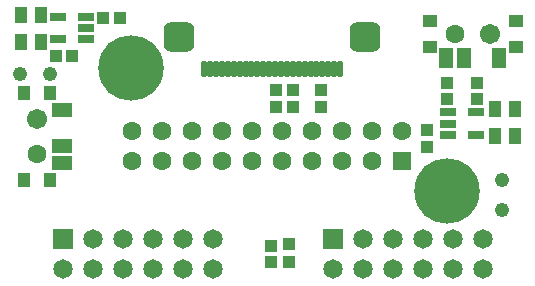
<source format=gts>
%FSLAX25Y25*%
%MOIN*%
G70*
G01*
G75*
G04 Layer_Color=8388736*
%ADD10R,0.03347X0.03150*%
%ADD11R,0.03150X0.03347*%
%ADD12R,0.03937X0.03150*%
%ADD13R,0.03937X0.05906*%
%ADD14R,0.03150X0.03937*%
%ADD15R,0.05906X0.03937*%
%ADD16R,0.04528X0.02362*%
G04:AMPARAMS|DCode=17|XSize=11.81mil|YSize=47.24mil|CornerRadius=2.95mil|HoleSize=0mil|Usage=FLASHONLY|Rotation=180.000|XOffset=0mil|YOffset=0mil|HoleType=Round|Shape=RoundedRectangle|*
%AMROUNDEDRECTD17*
21,1,0.01181,0.04134,0,0,180.0*
21,1,0.00591,0.04724,0,0,180.0*
1,1,0.00591,-0.00295,0.02067*
1,1,0.00591,0.00295,0.02067*
1,1,0.00591,0.00295,-0.02067*
1,1,0.00591,-0.00295,-0.02067*
%
%ADD17ROUNDEDRECTD17*%
G04:AMPARAMS|DCode=18|XSize=94.49mil|YSize=94.49mil|CornerRadius=23.62mil|HoleSize=0mil|Usage=FLASHONLY|Rotation=180.000|XOffset=0mil|YOffset=0mil|HoleType=Round|Shape=RoundedRectangle|*
%AMROUNDEDRECTD18*
21,1,0.09449,0.04724,0,0,180.0*
21,1,0.04724,0.09449,0,0,180.0*
1,1,0.04724,-0.02362,0.02362*
1,1,0.04724,0.02362,0.02362*
1,1,0.04724,0.02362,-0.02362*
1,1,0.04724,-0.02362,-0.02362*
%
%ADD18ROUNDEDRECTD18*%
%ADD19R,0.03543X0.04921*%
%ADD20C,0.00600*%
%ADD21C,0.01000*%
%ADD22C,0.01400*%
%ADD23C,0.05500*%
%ADD24R,0.05500X0.05500*%
%ADD25R,0.05700X0.05700*%
%ADD26C,0.05700*%
%ADD27C,0.05512*%
%ADD28C,0.05906*%
%ADD29C,0.21000*%
%ADD30C,0.04000*%
%ADD31C,0.02500*%
%ADD32C,0.02700*%
%ADD33C,0.00984*%
%ADD34C,0.01969*%
%ADD35C,0.04000*%
%ADD36C,0.00787*%
%ADD37C,0.01200*%
%ADD38C,0.00591*%
%ADD39C,0.00100*%
%ADD40R,0.04147X0.03950*%
%ADD41R,0.03950X0.04147*%
%ADD42R,0.04737X0.03950*%
%ADD43R,0.04737X0.06706*%
%ADD44R,0.03950X0.04737*%
%ADD45R,0.06706X0.04737*%
%ADD46R,0.05328X0.03162*%
G04:AMPARAMS|DCode=47|XSize=19.81mil|YSize=55.24mil|CornerRadius=6.95mil|HoleSize=0mil|Usage=FLASHONLY|Rotation=180.000|XOffset=0mil|YOffset=0mil|HoleType=Round|Shape=RoundedRectangle|*
%AMROUNDEDRECTD47*
21,1,0.01981,0.04134,0,0,180.0*
21,1,0.00591,0.05524,0,0,180.0*
1,1,0.01391,-0.00295,0.02067*
1,1,0.01391,0.00295,0.02067*
1,1,0.01391,0.00295,-0.02067*
1,1,0.01391,-0.00295,-0.02067*
%
%ADD47ROUNDEDRECTD47*%
G04:AMPARAMS|DCode=48|XSize=102.49mil|YSize=102.49mil|CornerRadius=27.62mil|HoleSize=0mil|Usage=FLASHONLY|Rotation=180.000|XOffset=0mil|YOffset=0mil|HoleType=Round|Shape=RoundedRectangle|*
%AMROUNDEDRECTD48*
21,1,0.10249,0.04724,0,0,180.0*
21,1,0.04724,0.10249,0,0,180.0*
1,1,0.05524,-0.02362,0.02362*
1,1,0.05524,0.02362,0.02362*
1,1,0.05524,0.02362,-0.02362*
1,1,0.05524,-0.02362,-0.02362*
%
%ADD48ROUNDEDRECTD48*%
%ADD49R,0.04343X0.05721*%
%ADD50C,0.06300*%
%ADD51R,0.06300X0.06300*%
%ADD52R,0.06500X0.06500*%
%ADD53C,0.06500*%
%ADD54C,0.06312*%
%ADD55C,0.06706*%
%ADD56C,0.21800*%
%ADD57C,0.04800*%
D40*
X132369Y-2785D02*
D03*
Y-8297D02*
D03*
X142355Y-2785D02*
D03*
Y-8297D02*
D03*
X125569Y-24137D02*
D03*
Y-18625D02*
D03*
X90169Y-5188D02*
D03*
Y-10700D02*
D03*
X75069Y-5188D02*
D03*
Y-10700D02*
D03*
X80821Y-5188D02*
D03*
Y-10700D02*
D03*
X79464Y-56647D02*
D03*
Y-62553D02*
D03*
X73525Y-62556D02*
D03*
Y-57044D02*
D03*
D41*
X1795Y6200D02*
D03*
X7306D02*
D03*
X23125Y18700D02*
D03*
X17613D02*
D03*
D42*
X155139Y17931D02*
D03*
Y9269D02*
D03*
X126399D02*
D03*
Y17931D02*
D03*
D43*
X137769Y5529D02*
D03*
X131864D02*
D03*
X149580D02*
D03*
D44*
X-8661Y-6330D02*
D03*
X0D02*
D03*
Y-35070D02*
D03*
X-8661D02*
D03*
D45*
X3740Y-23700D02*
D03*
Y-29605D02*
D03*
Y-11889D02*
D03*
D46*
X141895Y-12660D02*
D03*
Y-20140D02*
D03*
X132643D02*
D03*
Y-16400D02*
D03*
Y-12660D02*
D03*
X11795Y11760D02*
D03*
Y15500D02*
D03*
Y19240D02*
D03*
X2543D02*
D03*
Y11760D02*
D03*
D47*
X96569Y1700D02*
D03*
X94601D02*
D03*
X92632D02*
D03*
X90664D02*
D03*
X88695D02*
D03*
X86727D02*
D03*
X84758D02*
D03*
X82790D02*
D03*
X80821D02*
D03*
X78853D02*
D03*
X76884D02*
D03*
X74916D02*
D03*
X72947D02*
D03*
X70979D02*
D03*
X69010D02*
D03*
X67042D02*
D03*
X65073D02*
D03*
X63105D02*
D03*
X61136D02*
D03*
X59168D02*
D03*
X57199D02*
D03*
X55231D02*
D03*
X53262D02*
D03*
X51294D02*
D03*
D48*
X104837Y12330D02*
D03*
X43027D02*
D03*
D49*
X148323Y-11659D02*
D03*
X155016D02*
D03*
X-3084Y10800D02*
D03*
X-9777D02*
D03*
X148123Y-20600D02*
D03*
X154816D02*
D03*
X-3084Y19800D02*
D03*
X-9777D02*
D03*
D50*
X27369Y-19000D02*
D03*
Y-29000D02*
D03*
X117369Y-19000D02*
D03*
X107369Y-29000D02*
D03*
Y-19000D02*
D03*
X97369Y-29000D02*
D03*
Y-19000D02*
D03*
X87369Y-29000D02*
D03*
Y-19000D02*
D03*
X77369Y-29000D02*
D03*
Y-19000D02*
D03*
X67369Y-29000D02*
D03*
Y-19000D02*
D03*
X57369Y-29000D02*
D03*
Y-19000D02*
D03*
X47369Y-29000D02*
D03*
Y-19000D02*
D03*
X37369Y-29000D02*
D03*
Y-19000D02*
D03*
D51*
X117369Y-29000D02*
D03*
D52*
X4169Y-55000D02*
D03*
X94169D02*
D03*
D53*
X14169D02*
D03*
X24169D02*
D03*
X34169D02*
D03*
X44169D02*
D03*
X54169D02*
D03*
X4169Y-65000D02*
D03*
X14169D02*
D03*
X24169D02*
D03*
X34169D02*
D03*
X44169D02*
D03*
X54169D02*
D03*
X104169Y-55000D02*
D03*
X114169D02*
D03*
X124169D02*
D03*
X134169D02*
D03*
X144169D02*
D03*
X94169Y-65000D02*
D03*
X104169D02*
D03*
X114169D02*
D03*
X124169D02*
D03*
X134169D02*
D03*
X144169D02*
D03*
D54*
X134864Y13600D02*
D03*
X-4331Y-26605D02*
D03*
D55*
X146675Y13600D02*
D03*
X-4331Y-14795D02*
D03*
D56*
X132369Y-39000D02*
D03*
X26769Y2250D02*
D03*
D57*
X150682Y-45100D02*
D03*
X-10125Y0D02*
D03*
X0D02*
D03*
X150682Y-35100D02*
D03*
M02*

</source>
